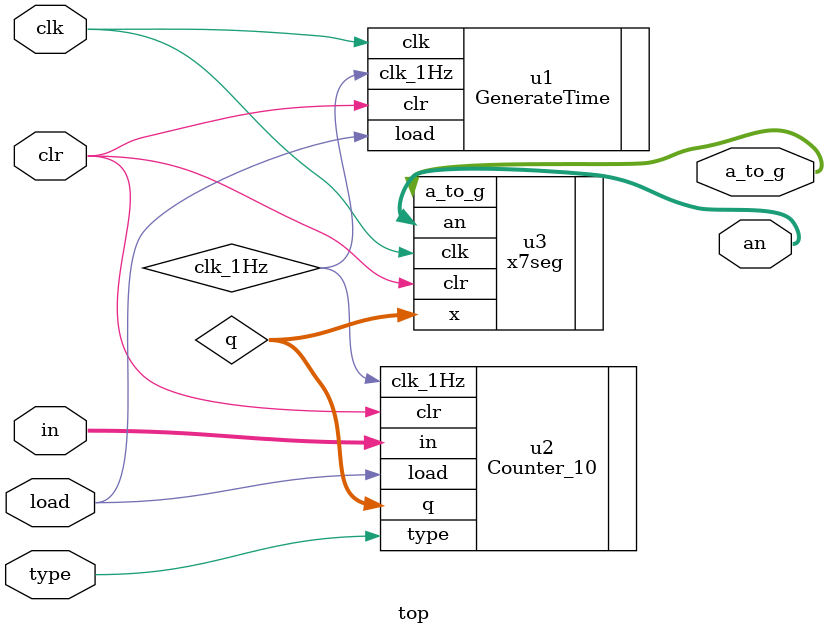
<source format=v>
`timescale 1ns / 1ps
module top(
		input wire clk,
		input wire clr,
		input wire load,
		input wire type,
		input wire [3:0] in,
		output [6:0]a_to_g,
		output [3:0]an
    );
	 wire clk_1Hz;
	 wire [7:0]q;
	 GenerateTime u1 (
    .clk(clk), 
    .clr(clr), 
    .load(load), 
    .clk_1Hz(clk_1Hz)
    );
	 Counter_10 u2 (
    .clk_1Hz(clk_1Hz), 
    .clr(clr), 
    .load(load),
	 .type(type),
	 .in(in),
    .q(q)
    );
	 x7seg u3 (
    .x(q), 
    .clk(clk), 
    .clr(clr), 
    .a_to_g(a_to_g), 
    .an(an)
    );
endmodule

</source>
